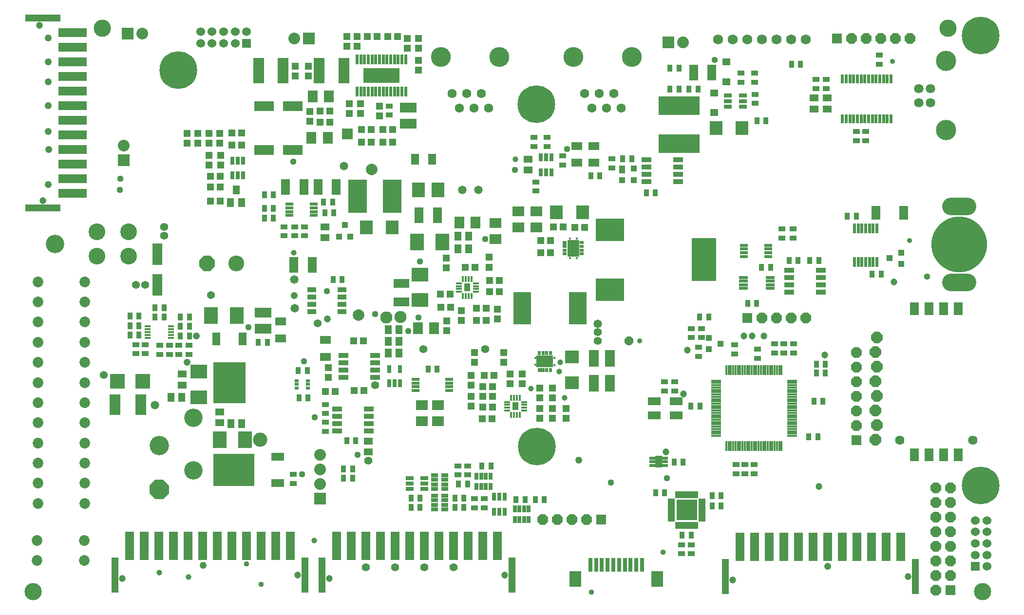
<source format=gts>
G75*
%MOIN*%
%OFA0B0*%
%FSLAX25Y25*%
%IPPOS*%
%LPD*%
%AMOC8*
5,1,8,0,0,1.08239X$1,22.5*
%
%ADD10R,0.04600X0.03800*%
%ADD11R,0.03800X0.04600*%
%ADD12R,0.04737X0.01981*%
%ADD13R,0.01981X0.04737*%
%ADD14R,0.14186X0.14186*%
%ADD15R,0.02200X0.06800*%
%ADD16C,0.12050*%
%ADD17C,0.38202*%
%ADD18R,0.05918X0.09461*%
%ADD19R,0.04300X0.03900*%
%ADD20R,0.06312X0.02296*%
%ADD21C,0.03556*%
%ADD22R,0.03162X0.05524*%
%ADD23R,0.07100X0.07100*%
%ADD24OC8,0.07100*%
%ADD25C,0.04737*%
%ADD26R,0.05524X0.02296*%
%ADD27R,0.07099X0.01745*%
%ADD28R,0.01745X0.07099*%
%ADD29R,0.08674X0.05524*%
%ADD30R,0.06000X0.06000*%
%ADD31C,0.06000*%
%ADD32R,0.02769X0.04737*%
%ADD33R,0.06312X0.08674*%
%ADD34C,0.06400*%
%ADD35R,0.05524X0.03162*%
%ADD36R,0.04737X0.02769*%
%ADD37R,0.04737X0.03950*%
%ADD38R,0.03950X0.02454*%
%ADD39R,0.06800X0.03200*%
%ADD40C,0.11811*%
%ADD41R,0.07500X0.05300*%
%ADD42R,0.04100X0.04100*%
%ADD43R,0.04100X0.05500*%
%ADD44C,0.06300*%
%ADD45C,0.13600*%
%ADD46R,0.06300X0.05100*%
%ADD47R,0.03898X0.01732*%
%ADD48R,0.01732X0.03898*%
%ADD49R,0.03950X0.05524*%
%ADD50R,0.19300X0.15800*%
%ADD51R,0.16800X0.29800*%
%ADD52R,0.05131X0.04737*%
%ADD53R,0.04737X0.05131*%
%ADD54R,0.08280X0.11824*%
%ADD55R,0.03110X0.04843*%
%ADD56R,0.03110X0.02283*%
%ADD57R,0.01732X0.01260*%
%ADD58R,0.07887X0.07099*%
%ADD59R,0.07099X0.07887*%
%ADD60R,0.11824X0.08280*%
%ADD61R,0.04843X0.03110*%
%ADD62R,0.02283X0.03110*%
%ADD63R,0.01260X0.01732*%
%ADD64R,0.07099X0.11430*%
%ADD65R,0.12217X0.22060*%
%ADD66R,0.11430X0.07099*%
%ADD67R,0.06300X0.11000*%
%ADD68R,0.11000X0.06300*%
%ADD69R,0.11600X0.09300*%
%ADD70R,0.08000X0.08000*%
%ADD71C,0.08000*%
%ADD72R,0.03162X0.02454*%
%ADD73R,0.22060X0.28359*%
%ADD74R,0.05524X0.08674*%
%ADD75R,0.28359X0.22060*%
%ADD76R,0.09300X0.11600*%
%ADD77R,0.05100X0.06300*%
%ADD78R,0.05524X0.02178*%
%ADD79R,0.03900X0.04300*%
%ADD80R,0.05524X0.01981*%
%ADD81R,0.12611X0.22847*%
%ADD82R,0.08700X0.10200*%
%ADD83R,0.08674X0.09461*%
%ADD84R,0.09461X0.08674*%
%ADD85R,0.05524X0.05131*%
%ADD86R,0.28359X0.12611*%
%ADD87R,0.01981X0.07099*%
%ADD88R,0.25091X0.10249*%
%ADD89R,0.07335X0.17414*%
%ADD90R,0.13398X0.07099*%
%ADD91R,0.02965X0.05524*%
%ADD92R,0.04737X0.06312*%
%ADD93R,0.02060X0.06312*%
%ADD94OC8,0.06000*%
%ADD95R,0.05300X0.07500*%
%ADD96C,0.05800*%
%ADD97R,0.07200X0.07200*%
%ADD98OC8,0.13200*%
%ADD99C,0.13200*%
%ADD100R,0.10249X0.10249*%
%ADD101R,0.07500X0.14186*%
%ADD102C,0.06800*%
%ADD103C,0.25800*%
%ADD104R,0.03162X0.09461*%
%ADD105R,0.07887X0.11036*%
%ADD106R,0.04331X0.01575*%
%ADD107C,0.13855*%
%ADD108C,0.06422*%
%ADD109C,0.12611*%
%ADD110C,0.11430*%
%ADD111C,0.10800*%
%ADD112OC8,0.10800*%
%ADD113R,0.07099X0.14580*%
%ADD114R,0.06312X0.03300*%
%ADD115C,0.07296*%
%ADD116R,0.19304X0.05918*%
%ADD117R,0.24422X0.05131*%
%ADD118R,0.05918X0.19304*%
%ADD119R,0.05131X0.24422*%
%ADD120OC8,0.07800*%
%ADD121C,0.03900*%
%ADD122C,0.04400*%
%ADD123C,0.03975*%
%ADD124C,0.07887*%
%ADD125C,0.04800*%
%ADD126C,0.05550*%
%ADD127C,0.03778*%
%ADD128C,0.05400*%
%ADD129C,0.09800*%
%ADD130C,0.08300*%
D10*
X0202333Y0086317D03*
X0202333Y0092517D03*
X0224114Y0121864D03*
X0224114Y0128064D03*
X0224114Y0134031D03*
X0224114Y0140231D03*
X0130982Y0174657D03*
X0123982Y0174657D03*
X0117482Y0174657D03*
X0110982Y0174657D03*
X0100982Y0175157D03*
X0094482Y0175157D03*
X0094482Y0181357D03*
X0100982Y0181357D03*
X0110982Y0180857D03*
X0117482Y0180857D03*
X0123982Y0180857D03*
X0130982Y0180857D03*
X0195831Y0255811D03*
X0195831Y0262011D03*
X0203311Y0262011D03*
X0203311Y0255811D03*
X0210004Y0255811D03*
X0210004Y0262011D03*
X0368311Y0286484D03*
X0368311Y0292684D03*
X0386713Y0304331D03*
X0386713Y0310531D03*
X0375748Y0316980D03*
X0366874Y0316980D03*
X0366874Y0323180D03*
X0375748Y0323180D03*
X0420059Y0308420D03*
X0420059Y0302220D03*
X0518232Y0346433D03*
X0518232Y0352633D03*
X0517839Y0361000D03*
X0517839Y0367200D03*
X0508390Y0367200D03*
X0508390Y0361000D03*
X0559750Y0362837D03*
X0559750Y0356637D03*
X0566837Y0356637D03*
X0566837Y0362837D03*
X0603244Y0373248D03*
X0603244Y0379448D03*
X0593795Y0327086D03*
X0587496Y0327086D03*
X0587496Y0320886D03*
X0593795Y0320886D03*
X0544130Y0260499D03*
X0536650Y0260499D03*
X0536650Y0254299D03*
X0544130Y0254299D03*
X0481382Y0192357D03*
X0474382Y0192357D03*
X0474382Y0186157D03*
X0481382Y0186157D03*
X0479650Y0179405D03*
X0479650Y0173205D03*
X0504059Y0174976D03*
X0519807Y0172023D03*
X0519807Y0178223D03*
X0531382Y0175657D03*
X0531382Y0181857D03*
X0537882Y0181857D03*
X0537882Y0175657D03*
X0544382Y0175657D03*
X0544382Y0181857D03*
X0504059Y0181176D03*
X0463193Y0155822D03*
X0456106Y0155822D03*
X0456106Y0149622D03*
X0463193Y0149622D03*
X0505059Y0099090D03*
X0505059Y0092890D03*
X0511358Y0092890D03*
X0511358Y0099090D03*
X0517657Y0099090D03*
X0517657Y0092890D03*
X0474382Y0044357D03*
X0474382Y0038157D03*
X0467882Y0038157D03*
X0467882Y0044357D03*
X0332752Y0069657D03*
X0326252Y0069657D03*
X0326252Y0075857D03*
X0332752Y0075857D03*
X0321382Y0092157D03*
X0321382Y0098357D03*
X0314882Y0098357D03*
X0314882Y0092157D03*
X0268035Y0338441D03*
X0268035Y0344641D03*
D11*
X0405809Y0296793D03*
X0412009Y0296793D03*
X0427589Y0308470D03*
X0433789Y0308470D03*
X0443731Y0285242D03*
X0449931Y0285242D03*
X0541510Y0238903D03*
X0547710Y0238903D03*
X0555683Y0238903D03*
X0561883Y0238903D03*
X0598203Y0229454D03*
X0604403Y0229454D03*
X0528813Y0234179D03*
X0522613Y0234179D03*
X0519364Y0209375D03*
X0513164Y0209375D03*
X0486482Y0200257D03*
X0480282Y0200257D03*
X0560152Y0167757D03*
X0566352Y0167757D03*
X0566352Y0161757D03*
X0560152Y0161757D03*
X0558439Y0142446D03*
X0564639Y0142446D03*
X0561096Y0118037D03*
X0554896Y0118037D03*
X0480387Y0139297D03*
X0474187Y0139297D03*
X0468970Y0100714D03*
X0462770Y0100714D03*
X0456372Y0079848D03*
X0450172Y0079848D03*
X0488754Y0077879D03*
X0494954Y0077879D03*
X0494954Y0070793D03*
X0488754Y0070793D03*
X0474482Y0050757D03*
X0468282Y0050757D03*
X0373997Y0075320D03*
X0367797Y0075320D03*
X0360836Y0075320D03*
X0354636Y0075320D03*
X0321482Y0085757D03*
X0315282Y0085757D03*
X0312782Y0076257D03*
X0318982Y0076257D03*
X0318982Y0069757D03*
X0312782Y0069757D03*
X0288982Y0069757D03*
X0282782Y0069757D03*
X0282782Y0076257D03*
X0288982Y0076257D03*
X0242739Y0089713D03*
X0236539Y0089713D03*
X0236539Y0096040D03*
X0242739Y0096040D03*
X0244931Y0115478D03*
X0238731Y0115478D03*
X0212254Y0145005D03*
X0206054Y0145005D03*
X0205660Y0163509D03*
X0211860Y0163509D03*
X0184482Y0182757D03*
X0178282Y0182757D03*
X0131082Y0187257D03*
X0124882Y0187257D03*
X0124882Y0193757D03*
X0131082Y0193757D03*
X0131082Y0200257D03*
X0124882Y0200257D03*
X0113850Y0200301D03*
X0107650Y0200301D03*
X0096582Y0200757D03*
X0090382Y0200757D03*
X0107582Y0206557D03*
X0113782Y0206557D03*
X0096582Y0194257D03*
X0090382Y0194257D03*
X0090382Y0187757D03*
X0096582Y0187757D03*
X0229487Y0225727D03*
X0235687Y0225727D03*
X0188694Y0267966D03*
X0182494Y0267966D03*
X0182494Y0274659D03*
X0188694Y0274659D03*
X0188694Y0283714D03*
X0182494Y0283714D03*
X0223046Y0278990D03*
X0229246Y0278990D03*
X0230033Y0271509D03*
X0223833Y0271509D03*
X0460014Y0356226D03*
X0466214Y0356226D03*
X0473006Y0356226D03*
X0479206Y0356226D03*
X0466214Y0370399D03*
X0460014Y0370399D03*
X0519463Y0334572D03*
X0525663Y0334572D03*
X0543085Y0373155D03*
X0549285Y0373155D03*
X0581274Y0269218D03*
X0587474Y0269218D03*
X0300667Y0164466D03*
X0294467Y0164466D03*
X0331282Y0098257D03*
X0337482Y0098257D03*
D12*
X0460949Y0074927D03*
X0460949Y0072958D03*
X0460949Y0070990D03*
X0460949Y0069021D03*
X0460949Y0067053D03*
X0460949Y0065084D03*
X0460949Y0063116D03*
X0460949Y0061147D03*
X0481815Y0061147D03*
X0481815Y0063116D03*
X0481815Y0065084D03*
X0481815Y0067053D03*
X0481815Y0069021D03*
X0481815Y0070990D03*
X0481815Y0072958D03*
X0481815Y0074927D03*
D13*
X0478272Y0078470D03*
X0476303Y0078470D03*
X0474335Y0078470D03*
X0472366Y0078470D03*
X0470398Y0078470D03*
X0468429Y0078470D03*
X0466461Y0078470D03*
X0464492Y0078470D03*
X0464492Y0057604D03*
X0466461Y0057604D03*
X0468429Y0057604D03*
X0470398Y0057604D03*
X0472366Y0057604D03*
X0474335Y0057604D03*
X0476303Y0057604D03*
X0478272Y0057604D03*
D14*
X0471382Y0068037D03*
D15*
X0586144Y0237870D03*
X0588723Y0237870D03*
X0591262Y0237870D03*
X0593841Y0237870D03*
X0596380Y0237870D03*
X0598959Y0237870D03*
X0601498Y0237870D03*
X0601498Y0260845D03*
X0598959Y0260845D03*
X0596380Y0260845D03*
X0593841Y0260845D03*
X0591262Y0260845D03*
X0588723Y0260845D03*
X0586144Y0260845D03*
D16*
X0652371Y0275911D02*
X0663621Y0275911D01*
X0663621Y0223942D02*
X0652371Y0223942D01*
D17*
X0657996Y0249927D03*
D18*
X0619807Y0271580D03*
X0600909Y0271580D03*
D19*
X0618295Y0244178D03*
X0610295Y0240378D03*
X0618295Y0236578D03*
X0494673Y0181916D03*
X0486673Y0178116D03*
X0486673Y0185716D03*
D20*
X0510188Y0219748D03*
X0510188Y0222248D03*
X0510188Y0224748D03*
X0510188Y0227248D03*
X0528439Y0227248D03*
X0528439Y0224748D03*
X0528439Y0222248D03*
X0528439Y0219748D03*
D21*
X0439295Y0183785D03*
X0623857Y0252661D03*
X0612299Y0375167D03*
D22*
X0378988Y0309581D03*
X0375248Y0309581D03*
X0371508Y0309581D03*
X0371508Y0299295D03*
X0375238Y0299295D03*
X0378988Y0299295D03*
X0275205Y0164416D03*
X0267724Y0164416D03*
X0267724Y0154918D03*
X0271465Y0154918D03*
X0275205Y0154918D03*
X0339386Y0077270D03*
X0343126Y0077270D03*
X0346866Y0077270D03*
X0346866Y0066984D03*
X0343116Y0066984D03*
X0339386Y0066984D03*
D23*
X0412949Y0061694D03*
X0587524Y0115990D03*
X0512799Y0199533D03*
X0651809Y0013136D03*
X0574102Y0390840D03*
D24*
X0584102Y0390840D03*
X0594102Y0390840D03*
X0604102Y0390840D03*
X0614102Y0390840D03*
X0624102Y0390840D03*
X0552799Y0199533D03*
X0542799Y0199533D03*
X0532799Y0199533D03*
X0522799Y0199533D03*
X0587524Y0175990D03*
X0587524Y0165990D03*
X0587524Y0155990D03*
X0587524Y0145990D03*
X0587524Y0135990D03*
X0587524Y0125990D03*
X0641809Y0083136D03*
X0651809Y0083136D03*
X0651809Y0073136D03*
X0641809Y0073136D03*
X0641809Y0063136D03*
X0651809Y0063136D03*
X0651809Y0053136D03*
X0641809Y0053136D03*
X0641809Y0043136D03*
X0651809Y0043136D03*
X0651809Y0033136D03*
X0641809Y0033136D03*
X0641809Y0023136D03*
X0651809Y0023136D03*
X0641809Y0013136D03*
X0402949Y0061694D03*
X0392949Y0061694D03*
X0382949Y0061694D03*
X0372949Y0061694D03*
D25*
X0346982Y0023405D03*
X0226982Y0021042D03*
X0205282Y0023405D03*
X0085282Y0021042D03*
X0457146Y0107913D03*
X0469201Y0147639D03*
X0471776Y0177486D03*
X0510502Y0187257D03*
X0516252Y0187257D03*
X0524138Y0187328D03*
X0565882Y0174257D03*
X0613114Y0224336D03*
X0561882Y0084257D03*
X0622982Y0022505D03*
X0502982Y0020142D03*
X0030929Y0279757D03*
X0028567Y0399757D03*
D26*
X0510674Y0249343D03*
X0510674Y0246784D03*
X0510674Y0244225D03*
X0510674Y0241666D03*
X0527308Y0241666D03*
X0527308Y0244225D03*
X0527308Y0246784D03*
X0527308Y0249343D03*
D27*
X0543429Y0156620D03*
X0543429Y0155045D03*
X0543429Y0153470D03*
X0543429Y0151895D03*
X0543429Y0150320D03*
X0543429Y0148745D03*
X0543429Y0147171D03*
X0543429Y0145596D03*
X0543429Y0144021D03*
X0543429Y0142446D03*
X0543429Y0140871D03*
X0543429Y0139297D03*
X0543429Y0137722D03*
X0543429Y0136147D03*
X0543429Y0134572D03*
X0543429Y0132997D03*
X0543429Y0131423D03*
X0543429Y0129848D03*
X0543429Y0128273D03*
X0543429Y0126698D03*
X0543429Y0125123D03*
X0543429Y0123549D03*
X0543429Y0121974D03*
X0543429Y0120399D03*
X0543429Y0118824D03*
X0491461Y0118824D03*
X0491461Y0120399D03*
X0491461Y0121974D03*
X0491461Y0123549D03*
X0491461Y0125123D03*
X0491461Y0126698D03*
X0491461Y0128273D03*
X0491461Y0129848D03*
X0491461Y0131423D03*
X0491461Y0132997D03*
X0491461Y0134572D03*
X0491461Y0136147D03*
X0491461Y0137722D03*
X0491461Y0139297D03*
X0491461Y0140871D03*
X0491461Y0142446D03*
X0491461Y0144021D03*
X0491461Y0145596D03*
X0491461Y0147171D03*
X0491461Y0148745D03*
X0491461Y0150320D03*
X0491461Y0151895D03*
X0491461Y0153470D03*
X0491461Y0155045D03*
X0491461Y0156620D03*
D28*
X0498547Y0163706D03*
X0500122Y0163706D03*
X0501697Y0163706D03*
X0503272Y0163706D03*
X0504846Y0163706D03*
X0506421Y0163706D03*
X0507996Y0163706D03*
X0509571Y0163706D03*
X0511146Y0163706D03*
X0512720Y0163706D03*
X0514295Y0163706D03*
X0515870Y0163706D03*
X0517445Y0163706D03*
X0519020Y0163706D03*
X0520594Y0163706D03*
X0522169Y0163706D03*
X0523744Y0163706D03*
X0525319Y0163706D03*
X0526894Y0163706D03*
X0528469Y0163706D03*
X0530043Y0163706D03*
X0531618Y0163706D03*
X0533193Y0163706D03*
X0534768Y0163706D03*
X0536343Y0163706D03*
X0536343Y0111738D03*
X0534768Y0111738D03*
X0533193Y0111738D03*
X0531618Y0111738D03*
X0530043Y0111738D03*
X0528469Y0111738D03*
X0526894Y0111738D03*
X0525319Y0111738D03*
X0523744Y0111738D03*
X0522169Y0111738D03*
X0520594Y0111738D03*
X0519020Y0111738D03*
X0517445Y0111738D03*
X0515870Y0111738D03*
X0514295Y0111738D03*
X0512720Y0111738D03*
X0511146Y0111738D03*
X0509571Y0111738D03*
X0507996Y0111738D03*
X0506421Y0111738D03*
X0504846Y0111738D03*
X0503272Y0111738D03*
X0501697Y0111738D03*
X0500122Y0111738D03*
X0498547Y0111738D03*
D29*
X0464295Y0132997D03*
X0449335Y0132997D03*
X0449335Y0142446D03*
X0464295Y0142446D03*
X0191614Y0104423D03*
X0191614Y0086470D03*
D30*
X0669019Y0029408D03*
X0170272Y0387675D03*
D31*
X0162398Y0387675D03*
X0154524Y0387675D03*
X0146650Y0387675D03*
X0138776Y0387675D03*
X0138776Y0395549D03*
X0146650Y0395549D03*
X0154524Y0395549D03*
X0162398Y0395549D03*
X0170272Y0395549D03*
X0669019Y0060905D03*
X0676893Y0060905D03*
X0676893Y0053031D03*
X0669019Y0053031D03*
X0669019Y0045157D03*
X0676893Y0045157D03*
X0676893Y0037282D03*
X0676893Y0029408D03*
X0669019Y0037282D03*
D32*
X0363217Y0061647D03*
X0360067Y0061647D03*
X0356917Y0061647D03*
X0353768Y0061647D03*
X0353768Y0068734D03*
X0356917Y0068734D03*
X0360067Y0068734D03*
X0363217Y0068734D03*
X0337106Y0084214D03*
X0333957Y0084214D03*
X0330807Y0084214D03*
X0327657Y0084214D03*
X0327657Y0091301D03*
X0330807Y0091301D03*
X0333957Y0091301D03*
X0337106Y0091301D03*
D33*
X0627248Y0105832D03*
X0637248Y0105832D03*
X0647248Y0105832D03*
X0657248Y0105832D03*
X0657248Y0205832D03*
X0647248Y0205832D03*
X0637248Y0205832D03*
X0627248Y0205832D03*
D34*
X0617248Y0115832D03*
X0667248Y0115832D03*
D35*
X0292025Y0089997D03*
X0292025Y0086247D03*
X0292025Y0082517D03*
X0281739Y0082517D03*
X0281739Y0086257D03*
X0281739Y0089997D03*
X0499704Y0344218D03*
X0499704Y0347958D03*
X0499704Y0351698D03*
X0509990Y0351698D03*
X0509990Y0347948D03*
X0509990Y0344218D03*
D36*
X0305925Y0091982D03*
X0305925Y0088832D03*
X0305925Y0085682D03*
X0305925Y0082533D03*
X0305925Y0077982D03*
X0305925Y0074832D03*
X0305925Y0071682D03*
X0305925Y0068533D03*
X0298839Y0068533D03*
X0298839Y0071682D03*
X0298839Y0074832D03*
X0298839Y0077982D03*
X0298839Y0082533D03*
X0298839Y0085682D03*
X0298839Y0088832D03*
X0298839Y0091982D03*
D37*
X0452091Y0099139D03*
X0452091Y0103076D03*
D38*
X0456421Y0103667D03*
X0456421Y0101108D03*
X0456421Y0098549D03*
X0447760Y0098549D03*
X0447760Y0101108D03*
X0447760Y0103667D03*
D39*
X0253812Y0122151D03*
X0253812Y0127151D03*
X0253812Y0132151D03*
X0253812Y0137151D03*
X0232212Y0137151D03*
X0232212Y0132151D03*
X0232212Y0127151D03*
X0232212Y0122151D03*
X0236543Y0158820D03*
X0236543Y0163820D03*
X0236543Y0168820D03*
X0236543Y0173820D03*
X0258143Y0173820D03*
X0258143Y0168820D03*
X0258143Y0163820D03*
X0258143Y0158820D03*
X0541684Y0217230D03*
X0541684Y0222230D03*
X0541684Y0227230D03*
X0541684Y0232230D03*
X0563284Y0232230D03*
X0563284Y0227230D03*
X0563284Y0222230D03*
X0563284Y0217230D03*
X0465505Y0292702D03*
X0465505Y0297702D03*
X0465505Y0302702D03*
X0465505Y0307702D03*
X0443905Y0307702D03*
X0443905Y0302702D03*
X0443905Y0297702D03*
X0443905Y0292702D03*
D40*
X0024138Y0012131D03*
X0673744Y0012131D03*
X0650122Y0397958D03*
X0071382Y0397958D03*
D41*
X0396315Y0317337D03*
X0407839Y0317337D03*
X0407839Y0305737D03*
X0396315Y0305737D03*
X0193382Y0197057D03*
X0193382Y0185457D03*
X0224304Y0184538D03*
X0224304Y0172938D03*
D42*
X0427126Y0293940D03*
X0435326Y0293940D03*
X0435326Y0301840D03*
D43*
X0427126Y0301040D03*
D44*
X0426402Y0343273D03*
X0416402Y0343273D03*
X0406402Y0343273D03*
X0411402Y0353273D03*
X0421402Y0353273D03*
X0401402Y0353273D03*
X0335850Y0343273D03*
X0325850Y0343273D03*
X0315850Y0343273D03*
X0310850Y0353273D03*
X0320850Y0353273D03*
X0330850Y0353273D03*
D45*
X0343350Y0378273D03*
X0303350Y0378273D03*
X0393902Y0378273D03*
X0433902Y0378273D03*
D46*
X0558569Y0350051D03*
X0558569Y0342651D03*
X0567624Y0342651D03*
X0567624Y0350051D03*
X0362831Y0308138D03*
X0362831Y0300738D03*
X0223783Y0261823D03*
X0223783Y0254423D03*
X0126161Y0161083D03*
X0126161Y0153683D03*
X0151815Y0135260D03*
X0151815Y0127860D03*
X0253579Y0115184D03*
X0253579Y0107784D03*
D47*
X0348441Y0136100D03*
X0348441Y0138068D03*
X0348441Y0140037D03*
X0348441Y0142005D03*
X0360055Y0142005D03*
X0360055Y0140037D03*
X0360055Y0138068D03*
X0360055Y0136100D03*
X0327134Y0217415D03*
X0327134Y0219383D03*
X0327134Y0221352D03*
X0327134Y0223320D03*
X0315520Y0223320D03*
X0315520Y0221352D03*
X0315520Y0219383D03*
X0315520Y0217415D03*
D48*
X0318374Y0214560D03*
X0320343Y0214560D03*
X0322311Y0214560D03*
X0324280Y0214560D03*
X0324280Y0226175D03*
X0322311Y0226175D03*
X0320343Y0226175D03*
X0318374Y0226175D03*
X0351295Y0144860D03*
X0353264Y0144860D03*
X0355232Y0144860D03*
X0357201Y0144860D03*
X0357201Y0133245D03*
X0355232Y0133245D03*
X0353264Y0133245D03*
X0351295Y0133245D03*
D49*
X0354248Y0139053D03*
X0321327Y0220368D03*
D50*
X0419033Y0218954D03*
X0419033Y0259954D03*
D51*
X0483283Y0239454D03*
D52*
X0343177Y0225092D03*
X0336484Y0225092D03*
X0336287Y0234344D03*
X0336287Y0241037D03*
X0326642Y0234147D03*
X0319949Y0234147D03*
X0306760Y0233950D03*
X0306760Y0240643D03*
X0309681Y0215923D03*
X0302988Y0215923D03*
X0303083Y0206824D03*
X0309776Y0206824D03*
X0317252Y0204604D03*
X0317252Y0197911D03*
X0327429Y0197927D03*
X0334122Y0197927D03*
X0326295Y0175864D03*
X0326295Y0169171D03*
X0323933Y0160116D03*
X0332791Y0160312D03*
X0339484Y0160312D03*
X0350705Y0161297D03*
X0350705Y0154604D03*
X0358972Y0154604D03*
X0358972Y0161297D03*
X0346374Y0169171D03*
X0346374Y0175864D03*
X0338697Y0152438D03*
X0332004Y0152438D03*
X0323933Y0153423D03*
X0332004Y0145745D03*
X0338697Y0145745D03*
X0379445Y0137675D03*
X0379445Y0130982D03*
X0388894Y0130982D03*
X0388894Y0137675D03*
X0226370Y0158749D03*
X0226370Y0165442D03*
X0152193Y0296557D03*
X0145500Y0296557D03*
X0152390Y0304234D03*
X0152390Y0310927D03*
X0220421Y0341328D03*
X0227114Y0341328D03*
X0240476Y0339375D03*
X0240476Y0346068D03*
X0248350Y0346068D03*
X0248350Y0339375D03*
X0261343Y0337801D03*
X0261343Y0344494D03*
X0287720Y0369297D03*
X0287720Y0375990D03*
X0273477Y0392322D03*
X0266784Y0392322D03*
X0259577Y0392330D03*
X0252884Y0392330D03*
D53*
X0245988Y0392131D03*
X0245988Y0385438D03*
X0238902Y0385438D03*
X0238902Y0392131D03*
X0212445Y0371848D03*
X0203390Y0371848D03*
X0203390Y0365155D03*
X0212445Y0365155D03*
X0213594Y0340950D03*
X0213594Y0334257D03*
X0220421Y0333454D03*
X0227114Y0333454D03*
X0248941Y0328549D03*
X0255634Y0328549D03*
X0263508Y0328549D03*
X0270201Y0328549D03*
X0270201Y0319887D03*
X0263508Y0319887D03*
X0255634Y0319887D03*
X0248941Y0319887D03*
X0166941Y0317816D03*
X0160248Y0317816D03*
X0151996Y0319194D03*
X0144516Y0319194D03*
X0137035Y0319194D03*
X0129555Y0319194D03*
X0129555Y0325887D03*
X0137035Y0325887D03*
X0144516Y0325887D03*
X0151996Y0325887D03*
X0160248Y0326084D03*
X0166941Y0326084D03*
X0144516Y0310927D03*
X0144516Y0304234D03*
X0145500Y0289076D03*
X0152193Y0289076D03*
X0152193Y0279627D03*
X0145500Y0279627D03*
X0327429Y0206194D03*
X0334122Y0206194D03*
X0341799Y0205604D03*
X0341799Y0198911D03*
X0307217Y0197572D03*
X0307217Y0190879D03*
X0250157Y0183781D03*
X0243465Y0183781D03*
X0243921Y0149753D03*
X0250614Y0149753D03*
X0231004Y0149336D03*
X0224311Y0149336D03*
X0323933Y0145942D03*
X0323933Y0139249D03*
X0332004Y0138659D03*
X0338697Y0138659D03*
X0338303Y0130391D03*
X0331610Y0130391D03*
X0370783Y0130982D03*
X0370783Y0137675D03*
X0370783Y0144761D03*
X0379445Y0144761D03*
X0379445Y0151454D03*
X0370783Y0151454D03*
X0343177Y0217612D03*
X0336484Y0217612D03*
X0371543Y0244332D03*
X0378236Y0244332D03*
X0378236Y0252600D03*
X0371543Y0252600D03*
X0380205Y0261773D03*
X0386898Y0261773D03*
X0394772Y0261379D03*
X0401465Y0261379D03*
X0287720Y0384257D03*
X0280240Y0384257D03*
X0280240Y0390950D03*
X0287720Y0390950D03*
D54*
X0393787Y0247206D03*
D55*
X0388000Y0249765D03*
D56*
X0388000Y0245927D03*
X0388000Y0243368D03*
X0399575Y0243368D03*
X0399575Y0245927D03*
X0399575Y0248486D03*
X0399575Y0251045D03*
D57*
X0396189Y0253742D03*
X0391465Y0253742D03*
X0391386Y0240671D03*
X0396110Y0240671D03*
D58*
X0368441Y0261466D03*
X0356236Y0261466D03*
X0340638Y0264490D03*
X0356236Y0272490D03*
X0368441Y0272490D03*
X0340638Y0253466D03*
X0301366Y0139812D03*
X0290189Y0139919D03*
X0290189Y0128895D03*
X0301366Y0128789D03*
D59*
X0298644Y0192477D03*
X0287620Y0192477D03*
X0315815Y0264856D03*
X0326839Y0264856D03*
X0225736Y0322824D03*
X0214713Y0322824D03*
X0215500Y0351171D03*
X0226524Y0351171D03*
D60*
X0374327Y0169761D03*
D61*
X0371768Y0163974D03*
D62*
X0375606Y0163974D03*
X0378165Y0163974D03*
X0378165Y0175549D03*
X0375606Y0175549D03*
X0373047Y0175549D03*
X0370488Y0175549D03*
D63*
X0367791Y0172163D03*
X0367791Y0167438D03*
X0380862Y0167360D03*
X0380862Y0172084D03*
D64*
X0407791Y0171730D03*
X0418815Y0171730D03*
X0418815Y0154801D03*
X0407791Y0154801D03*
D65*
X0396965Y0206301D03*
X0358776Y0206301D03*
D66*
X0181382Y0203269D03*
X0181382Y0192245D03*
X0280862Y0332596D03*
X0280862Y0343620D03*
D67*
X0231658Y0289226D03*
X0219058Y0289226D03*
X0209611Y0289226D03*
X0197011Y0289226D03*
X0288350Y0269934D03*
X0300950Y0269934D03*
X0215123Y0235832D03*
X0202523Y0235832D03*
X0476106Y0367643D03*
X0488706Y0367643D03*
D68*
X0276185Y0223086D03*
X0276185Y0210486D03*
D69*
X0288732Y0211771D03*
X0288750Y0229171D03*
X0137543Y0162759D03*
X0137525Y0145359D03*
D70*
X0220512Y0075987D03*
X0086299Y0307423D03*
X0212882Y0390757D03*
X0088744Y0394340D03*
X0459020Y0388116D03*
D71*
X0469020Y0388116D03*
X0202882Y0390757D03*
X0098744Y0394340D03*
X0086299Y0317423D03*
X0220512Y0105987D03*
X0220512Y0095987D03*
X0220512Y0085987D03*
D72*
X0212106Y0151501D03*
X0212106Y0154060D03*
X0212106Y0156620D03*
X0204626Y0156620D03*
X0204626Y0154060D03*
X0204626Y0151501D03*
D73*
X0158480Y0155316D03*
D74*
X0149504Y0185238D03*
X0167457Y0185238D03*
D75*
X0161693Y0095446D03*
D76*
X0169171Y0116344D03*
X0151771Y0116362D03*
X0145983Y0201362D03*
X0163383Y0201344D03*
X0286731Y0251442D03*
X0304131Y0251424D03*
D77*
X0314956Y0255458D03*
X0322356Y0255458D03*
X0322356Y0246712D03*
X0314956Y0246712D03*
X0274706Y0191670D03*
X0267306Y0191670D03*
X0267306Y0183516D03*
X0274706Y0183516D03*
X0274665Y0175446D03*
X0267265Y0175446D03*
X0167031Y0127190D03*
X0159631Y0127190D03*
X0125885Y0145037D03*
X0118485Y0145037D03*
D78*
X0285783Y0149891D03*
X0285783Y0152450D03*
X0285783Y0155009D03*
X0285783Y0157568D03*
X0308815Y0157568D03*
X0308815Y0155009D03*
X0308815Y0152450D03*
X0308815Y0149891D03*
D79*
X0241263Y0255305D03*
X0233663Y0255305D03*
X0237463Y0263305D03*
D80*
X0216088Y0269768D03*
X0216088Y0272327D03*
X0216088Y0274886D03*
X0216088Y0277445D03*
X0199454Y0277445D03*
X0199454Y0274886D03*
X0199454Y0272327D03*
X0199454Y0269768D03*
D81*
X0246224Y0282927D03*
X0269846Y0282927D03*
D82*
X0287950Y0287257D03*
X0301350Y0287257D03*
D83*
X0269846Y0261667D03*
X0252130Y0261667D03*
X0382370Y0272009D03*
X0400087Y0272009D03*
X0491461Y0329454D03*
X0509177Y0329454D03*
D84*
X0392831Y0172911D03*
X0392831Y0155194D03*
D85*
X0490280Y0340084D03*
X0490280Y0353470D03*
X0498547Y0361344D03*
X0498547Y0374730D03*
D86*
X0466264Y0344808D03*
X0466264Y0318824D03*
D87*
X0279157Y0354533D03*
X0276598Y0354533D03*
X0274039Y0354533D03*
X0271480Y0354533D03*
X0268921Y0354533D03*
X0266362Y0354533D03*
X0263803Y0354533D03*
X0261244Y0354533D03*
X0258685Y0354533D03*
X0256126Y0354533D03*
X0253567Y0354533D03*
X0251008Y0354533D03*
X0248449Y0354533D03*
X0245890Y0354533D03*
X0245890Y0376580D03*
X0248449Y0376580D03*
X0251008Y0376580D03*
X0253567Y0376580D03*
X0256126Y0376580D03*
X0258685Y0376580D03*
X0261244Y0376580D03*
X0263803Y0376580D03*
X0266362Y0376580D03*
X0268921Y0376580D03*
X0271480Y0376580D03*
X0274039Y0376580D03*
X0276598Y0376580D03*
X0279157Y0376580D03*
D88*
X0262524Y0365557D03*
D89*
X0236728Y0369013D03*
X0220035Y0369013D03*
X0195138Y0369013D03*
X0178445Y0369013D03*
D90*
X0182319Y0344478D03*
X0202004Y0344478D03*
X0202004Y0314557D03*
X0182319Y0314557D03*
D91*
X0167941Y0307336D03*
X0164201Y0307336D03*
X0160461Y0307336D03*
X0160461Y0297100D03*
X0164201Y0297100D03*
X0167941Y0297100D03*
D92*
X0163114Y0287112D03*
X0159374Y0278450D03*
X0166854Y0278450D03*
D93*
X0577949Y0335994D03*
X0580508Y0335994D03*
X0583067Y0335994D03*
X0585626Y0335994D03*
X0588185Y0335994D03*
X0590744Y0335994D03*
X0593303Y0335994D03*
X0595862Y0335994D03*
X0598421Y0335994D03*
X0600980Y0335994D03*
X0603539Y0335994D03*
X0606098Y0335994D03*
X0608657Y0335994D03*
X0611217Y0335994D03*
X0611217Y0363159D03*
X0608657Y0363159D03*
X0606098Y0363159D03*
X0603539Y0363159D03*
X0600980Y0363159D03*
X0598421Y0363159D03*
X0595862Y0363159D03*
X0593303Y0363159D03*
X0590744Y0363159D03*
X0588185Y0363159D03*
X0585626Y0363159D03*
X0583067Y0363159D03*
X0580508Y0363159D03*
X0577949Y0363159D03*
D94*
X0431815Y0183785D03*
D95*
X0297127Y0308234D03*
X0285527Y0308234D03*
D96*
X0317941Y0287352D03*
X0328965Y0287352D03*
X0237034Y0303508D03*
X0202882Y0225757D03*
X0203282Y0206157D03*
X0107685Y0139726D03*
X0410634Y0195564D03*
D97*
X0239295Y0325399D03*
D98*
X0110420Y0082108D03*
D99*
X0110420Y0112108D03*
D100*
X0099150Y0156317D03*
X0081827Y0156317D03*
D101*
X0080199Y0140145D03*
X0097799Y0140145D03*
D102*
X0492799Y0390242D03*
X0502799Y0390242D03*
X0512799Y0390242D03*
X0522799Y0390242D03*
X0532799Y0390242D03*
X0542799Y0390242D03*
X0552799Y0390242D03*
D103*
X0672667Y0392812D03*
X0368626Y0345793D03*
X0123657Y0369291D03*
X0368736Y0111383D03*
X0672622Y0084850D03*
D104*
X0440898Y0030415D03*
X0436961Y0030415D03*
X0433024Y0030415D03*
X0429087Y0030415D03*
X0425150Y0030415D03*
X0421213Y0030415D03*
X0417276Y0030415D03*
X0413339Y0030415D03*
X0409402Y0030415D03*
X0405465Y0030415D03*
D105*
X0395228Y0020966D03*
X0451134Y0020966D03*
D106*
X0118628Y0185934D03*
X0118628Y0187903D03*
X0118628Y0189871D03*
X0118628Y0191840D03*
X0118628Y0193808D03*
X0102486Y0193808D03*
X0102486Y0191840D03*
X0102486Y0189871D03*
X0102486Y0187903D03*
X0102486Y0185934D03*
D107*
X0648882Y0328057D03*
X0648882Y0375458D03*
D108*
X0638213Y0356679D03*
X0630339Y0356679D03*
X0630339Y0346836D03*
X0638213Y0346836D03*
D109*
X0133782Y0131357D03*
X0133782Y0095157D03*
X0039260Y0250108D03*
D110*
X0068000Y0258375D03*
X0089654Y0258375D03*
X0089654Y0241840D03*
X0068000Y0241840D03*
D111*
X0163071Y0236952D03*
D112*
X0143071Y0236952D03*
D113*
X0109087Y0243320D03*
X0109087Y0222060D03*
D114*
X0214781Y0219005D03*
X0214781Y0214005D03*
X0214781Y0209005D03*
X0214781Y0204005D03*
X0235648Y0204005D03*
X0235648Y0209005D03*
X0235648Y0214005D03*
X0235648Y0219005D03*
D115*
X0059665Y0224257D03*
X0059665Y0210478D03*
X0059665Y0196698D03*
X0027382Y0196698D03*
X0027382Y0210478D03*
X0027382Y0224257D03*
X0027382Y0182919D03*
X0027382Y0169139D03*
X0027382Y0155360D03*
X0059665Y0155360D03*
X0059665Y0169139D03*
X0059665Y0182919D03*
X0059665Y0141580D03*
X0059665Y0127801D03*
X0059665Y0114021D03*
X0027382Y0114021D03*
X0027382Y0127801D03*
X0027382Y0141580D03*
X0027382Y0100242D03*
X0027382Y0086462D03*
X0027382Y0072682D03*
X0059665Y0072682D03*
X0059665Y0086462D03*
X0059665Y0100242D03*
X0059165Y0047257D03*
X0059165Y0033478D03*
X0026882Y0033478D03*
X0026882Y0047257D03*
D116*
X0051205Y0284757D03*
X0051205Y0294757D03*
X0051205Y0304757D03*
X0051205Y0314757D03*
X0051205Y0324757D03*
X0051205Y0334757D03*
X0051205Y0344757D03*
X0051205Y0354757D03*
X0051205Y0364757D03*
X0051205Y0374757D03*
X0051205Y0384757D03*
X0051205Y0394757D03*
D117*
X0030929Y0404757D03*
X0030929Y0274757D03*
D118*
X0090282Y0043680D03*
X0100282Y0043680D03*
X0110282Y0043680D03*
X0120282Y0043680D03*
X0130282Y0043680D03*
X0140282Y0043680D03*
X0150282Y0043680D03*
X0160282Y0043680D03*
X0170282Y0043680D03*
X0180282Y0043680D03*
X0190282Y0043680D03*
X0200282Y0043680D03*
X0231982Y0043680D03*
X0241982Y0043680D03*
X0251982Y0043680D03*
X0261982Y0043680D03*
X0271982Y0043680D03*
X0281982Y0043680D03*
X0291982Y0043680D03*
X0301982Y0043680D03*
X0311982Y0043680D03*
X0321982Y0043680D03*
X0331982Y0043680D03*
X0341982Y0043680D03*
X0507982Y0042780D03*
X0517982Y0042780D03*
X0527982Y0042780D03*
X0537982Y0042780D03*
X0547982Y0042780D03*
X0557982Y0042780D03*
X0567982Y0042780D03*
X0577982Y0042780D03*
X0587982Y0042780D03*
X0597982Y0042780D03*
X0607982Y0042780D03*
X0617982Y0042780D03*
D119*
X0627982Y0022505D03*
X0497982Y0022505D03*
X0351982Y0023405D03*
X0221982Y0023405D03*
X0210282Y0023405D03*
X0080282Y0023405D03*
D120*
X0600382Y0116257D03*
X0601382Y0126257D03*
X0600382Y0136257D03*
X0601382Y0146257D03*
X0600382Y0156257D03*
X0601382Y0166257D03*
X0600382Y0176257D03*
X0601382Y0186257D03*
D121*
X0384752Y0169257D03*
X0384252Y0162757D03*
X0364752Y0151257D03*
X0387752Y0144757D03*
X0216482Y0047157D03*
X0130482Y0022157D03*
X0110382Y0025057D03*
X0202552Y0244357D03*
D122*
X0225282Y0217857D03*
X0258282Y0202257D03*
X0280982Y0190457D03*
X0287752Y0199957D03*
X0209482Y0169757D03*
X0171682Y0193257D03*
X0288752Y0238157D03*
X0333652Y0253457D03*
X0353882Y0300757D03*
X0389382Y0315257D03*
X0490382Y0376257D03*
X0202152Y0306457D03*
X0083882Y0294757D03*
X0083382Y0287257D03*
X0216882Y0131557D03*
X0246082Y0105957D03*
X0208082Y0092457D03*
X0419552Y0086757D03*
X0457752Y0089857D03*
X0635752Y0227757D03*
D123*
X0354252Y0308257D03*
D124*
X0255882Y0301257D03*
X0246882Y0201557D03*
D125*
X0225382Y0198757D03*
X0202882Y0214757D03*
X0135882Y0187257D03*
X0129382Y0169257D03*
X0397382Y0102257D03*
X0567882Y0029657D03*
X0140382Y0030157D03*
X0034382Y0290757D03*
X0034882Y0314757D03*
X0034382Y0327257D03*
X0034382Y0344757D03*
X0034382Y0361257D03*
X0034382Y0374757D03*
X0034382Y0391257D03*
D126*
X0113882Y0261757D03*
X0113882Y0255757D03*
X0291182Y0178157D03*
X0333382Y0178257D03*
X0410634Y0183757D03*
X0410634Y0189757D03*
X0258082Y0153457D03*
X0253382Y0101757D03*
X0251982Y0028857D03*
X0271982Y0028857D03*
X0291982Y0028857D03*
X0311982Y0028857D03*
D127*
X0406182Y0011957D03*
X0455082Y0039057D03*
X0180282Y0017157D03*
X0170282Y0031057D03*
D128*
X0072582Y0160657D03*
X0145882Y0215257D03*
X0100882Y0222257D03*
X0094382Y0222257D03*
X0218882Y0195757D03*
D129*
X0179382Y0116057D03*
D130*
X0265982Y0199857D03*
X0275682Y0200357D03*
M02*

</source>
